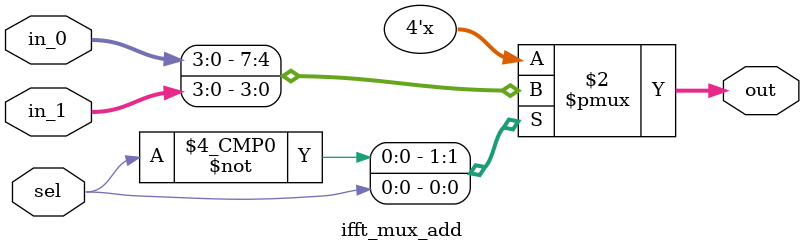
<source format=v>
/*************************************************************************/
/****        Block          :   IFFT                                  ****/
/****        Module         :   ifft mux address                      ****/
/****        Project Name   :   NB-IOT LTE Transmitter                ****/
/****        Date           :   18 march  2022                        ****/
/****        Version        :   V.01                                  ****/
/*************************************************************************/
/************************ Module Definition  *****************************/ 
module ifft_mux_add  

/************************ Module Interface   *****************************/

     (
         input  wire [3:0] in_0,
         input  wire [3:0] in_1,
         input  wire        sel ,
         output reg  [3:0] out 
     );
	 
/************************  Module Body   *********************************/


always @(*)
     begin
	     case(sel)
			 2'b0:  
			     begin
				     out = in_0;
				 end
			 2'b1:  
			     begin
				     out = in_1;
				 end
         endcase		 
	 end	 


/****************************  Module End  ****************************/
endmodule
</source>
